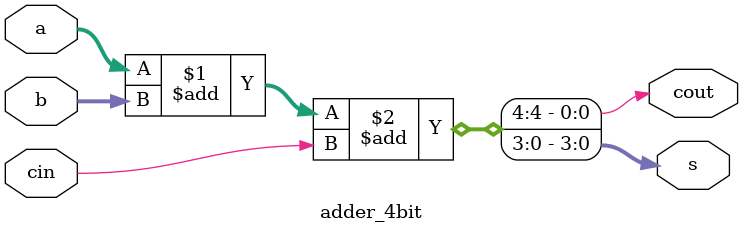
<source format=v>
`timescale 1ns / 1ps


module adder_4bit(
  input [3:0]a,
  input [3:0]b,
  input cin,
  output[3:0]s,
  output cout
    );
 
  assign {cout,s}=a+b+cin;
endmodule

</source>
